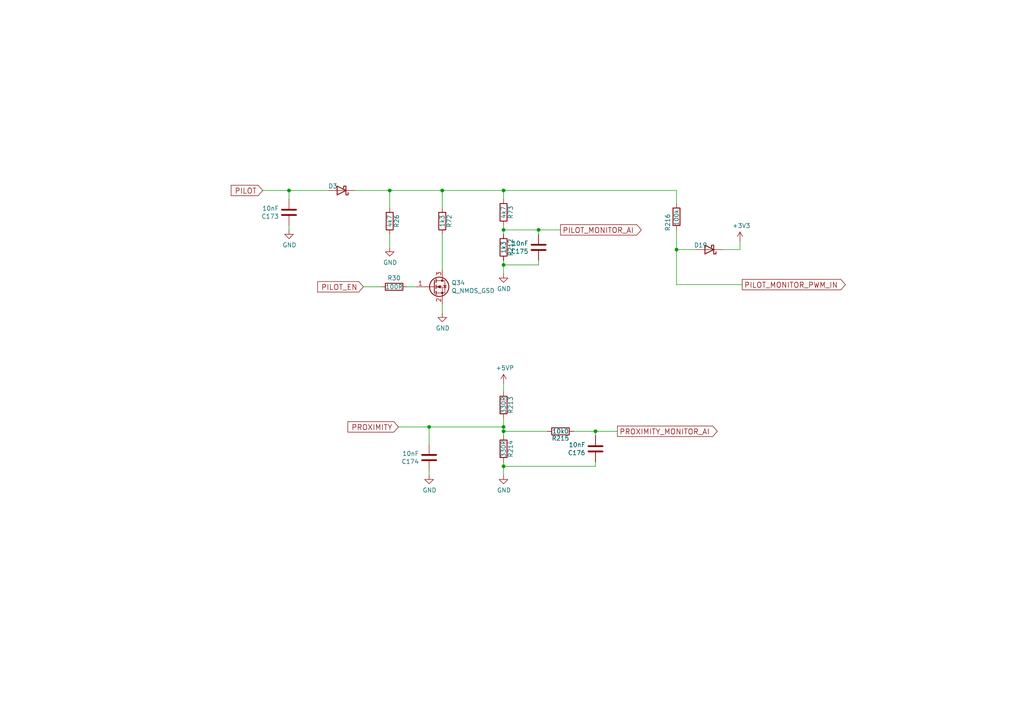
<source format=kicad_sch>
(kicad_sch (version 20250114) (generator "eeschema") (generator_version "9.0")
  (paper "A4")
  (lib_symbols
    (symbol "Device:C" (pin_numbers (hide yes)) (pin_names (offset 0.254))
      (property "Reference" "C" (at 0.635 2.54 0))
      (property "Value" "C" (at 0.635 -2.54 0))
      (symbol "C_0_1"
        (polyline (pts (xy -2.032 0.762) (xy 2.032 0.762)) (stroke (width 0.508)))
        (polyline (pts (xy -2.032 -0.762) (xy 2.032 -0.762)) (stroke (width 0.508)))
      )
      (symbol "C_1_1"
        (pin passive line (at 0 3.81 270) (length 2.794) (name "~") (number "1"))
        (pin passive line (at 0 -3.81 90) (length 2.794) (name "~") (number "2"))
      )
    )
    (symbol "Device:D_Schottky" (pin_numbers (hide yes)) (pin_names (offset 1.016) (hide yes))
      (property "Reference" "D" (at 0 2.54 0))
      (property "Value" "D_Schottky" (at 0 -2.54 0))
      (symbol "D_Schottky_0_1"
        (polyline (pts (xy -1.905 0.635) (xy -1.905 1.27) (xy -1.27 1.27) (xy -1.27 -1.27) (xy -0.635 -1.27) (xy -0.635 -0.635)) (stroke (width 0.254)))
        (polyline (pts (xy 1.27 1.27) (xy 1.27 -1.27) (xy -1.27 0) (xy 1.27 1.27)) (stroke (width 0.254)))
        (polyline (pts (xy 1.27 0) (xy -1.27 0)))
      )
      (symbol "D_Schottky_1_1"
        (pin passive line (at -3.81 0 0) (length 2.54) (name "K") (number "1"))
        (pin passive line (at 3.81 0 180) (length 2.54) (name "A") (number "2"))
      )
    )
    (symbol "Device:Q_NMOS_GSD" (pin_names (offset 0) (hide yes))
      (property "Reference" "Q" (at 5.08 1.27 0))
      (property "Value" "Q_NMOS_GSD" (at 5.08 -1.27 0))
      (symbol "Q_NMOS_GSD_0_1"
        (polyline (pts (xy 0.254 1.905) (xy 0.254 -1.905)) (stroke (width 0.254)))
        (polyline (pts (xy 0.254 0) (xy -2.54 0)))
        (polyline (pts (xy 0.762 2.286) (xy 0.762 1.27)) (stroke (width 0.254)))
        (polyline (pts (xy 0.762 0.508) (xy 0.762 -0.508)) (stroke (width 0.254)))
        (polyline (pts (xy 0.762 -1.27) (xy 0.762 -2.286)) (stroke (width 0.254)))
        (polyline (pts (xy 0.762 -1.778) (xy 3.302 -1.778) (xy 3.302 1.778) (xy 0.762 1.778)))
        (polyline (pts (xy 1.016 0) (xy 2.032 0.381) (xy 2.032 -0.381) (xy 1.016 0)) (fill (type outline)))
        (circle (center 1.651 0) (radius 2.794) (stroke (width 0.254)))
        (polyline (pts (xy 2.54 2.54) (xy 2.54 1.778)))
        (circle (center 2.54 1.778) (radius 0.254) (fill (type outline)))
        (circle (center 2.54 -1.778) (radius 0.254) (fill (type outline)))
        (polyline (pts (xy 2.54 -2.54) (xy 2.54 0) (xy 0.762 0)))
        (polyline (pts (xy 2.794 0.508) (xy 2.921 0.381) (xy 3.683 0.381) (xy 3.81 0.254)))
        (polyline (pts (xy 3.302 0.381) (xy 2.921 -0.254) (xy 3.683 -0.254) (xy 3.302 0.381)))
      )
      (symbol "Q_NMOS_GSD_1_1"
        (pin input line (at -5.08 0 0) (length 2.54) (name "G") (number "1"))
        (pin passive line (at 2.54 5.08 270) (length 2.54) (name "D") (number "3"))
        (pin passive line (at 2.54 -5.08 90) (length 2.54) (name "S") (number "2"))
      )
    )
    (symbol "Device:R" (pin_numbers (hide yes)) (pin_names (offset 0))
      (property "Reference" "R" (at 2.032 0 90))
      (property "Value" "R" (at 0 0 90))
      (symbol "R_0_1"
        (rectangle (start -1.016 -2.54) (end 1.016 2.54) (stroke (width 0.254)))
      )
      (symbol "R_1_1"
        (pin passive line (at 0 3.81 270) (length 1.27) (name "~") (number "1"))
        (pin passive line (at 0 -3.81 90) (length 1.27) (name "~") (number "2"))
      )
    )
    (symbol "power:+3V3" (power) (pin_names (offset 0))
      (property "Value" "+3V3" (at 0 3.556 0))
      (symbol "+3V3_0_1"
        (polyline (pts (xy -0.762 1.27) (xy 0 2.54)))
        (polyline (pts (xy 0 2.54) (xy 0.762 1.27)))
        (polyline (pts (xy 0 0) (xy 0 2.54)))
      )
      (symbol "+3V3_1_1"
        (pin power_in line (at 0 0 90) (length 0) (hide yes) (name "+3V3") (number "1"))
      )
    )
    (symbol "power:+5VP" (power) (pin_names (offset 0))
      (property "Value" "+5VP" (at 0 3.556 0))
      (symbol "+5VP_0_1"
        (polyline (pts (xy -0.762 1.27) (xy 0 2.54)))
        (polyline (pts (xy 0 2.54) (xy 0.762 1.27)))
        (polyline (pts (xy 0 0) (xy 0 2.54)))
      )
      (symbol "+5VP_1_1"
        (pin power_in line (at 0 0 90) (length 0) (hide yes) (name "+5VP") (number "1"))
      )
    )
    (symbol "power:GND" (power) (pin_names (offset 0))
      (property "Value" "GND" (at 0 -3.81 0))
      (symbol "GND_0_1"
        (polyline (pts (xy 0 0) (xy 0 -1.27) (xy 1.27 -1.27) (xy 0 -2.54) (xy -1.27 -1.27) (xy 0 -1.27)))
      )
      (symbol "GND_1_1"
        (pin power_in line (at 0 0 270) (length 0) (hide yes) (name "GND") (number "1"))
      )
    )
  )
  (junction (at 124.46 123.825))
  (junction (at 83.82 55.245))
  (junction (at 113.03 55.245))
  (junction (at 146.05 123.825))
  (junction (at 146.05 76.835))
  (junction (at 156.21 66.675))
  (junction (at 146.05 135.255))
  (junction (at 196.215 72.39))
  (junction (at 146.05 125.095))
  (junction (at 146.05 55.245))
  (junction (at 128.27 55.245))
  (junction (at 172.72 125.095))
  (junction (at 146.05 66.675))
  (wire (pts (xy 113.03 55.245) (xy 113.03 60.325)))
  (wire (pts (xy 172.72 125.095) (xy 179.07 125.095)))
  (wire (pts (xy 156.21 76.835) (xy 156.21 75.565)))
  (wire (pts (xy 128.27 55.245) (xy 146.05 55.245)))
  (wire (pts (xy 146.05 123.825) (xy 146.05 125.095)))
  (wire (pts (xy 83.82 57.785) (xy 83.82 55.245)))
  (wire (pts (xy 128.27 55.245) (xy 128.27 60.325)))
  (wire (pts (xy 128.27 90.805) (xy 128.27 88.265)))
  (wire (pts (xy 83.82 55.245) (xy 95.25 55.245)))
  (wire (pts (xy 146.05 135.255) (xy 172.72 135.255)))
  (wire (pts (xy 214.63 69.85) (xy 214.63 72.39)))
  (wire (pts (xy 146.05 66.675) (xy 156.21 66.675)))
  (wire (pts (xy 146.05 75.565) (xy 146.05 76.835)))
  (wire (pts (xy 146.05 121.285) (xy 146.05 123.825)))
  (wire (pts (xy 201.93 72.39) (xy 196.215 72.39)))
  (wire (pts (xy 113.03 67.945) (xy 113.03 71.755)))
  (wire (pts (xy 146.05 66.675) (xy 146.05 67.945)))
  (wire (pts (xy 146.05 76.835) (xy 156.21 76.835)))
  (wire (pts (xy 156.21 66.675) (xy 162.56 66.675)))
  (wire (pts (xy 124.46 137.795) (xy 124.46 136.525)))
  (wire (pts (xy 146.05 135.255) (xy 146.05 137.795)))
  (wire (pts (xy 146.05 65.405) (xy 146.05 66.675)))
  (wire (pts (xy 124.46 123.825) (xy 146.05 123.825)))
  (wire (pts (xy 209.55 72.39) (xy 214.63 72.39)))
  (wire (pts (xy 196.215 55.245) (xy 196.215 59.055)))
  (wire (pts (xy 146.05 125.095) (xy 146.05 126.365)))
  (wire (pts (xy 83.82 66.675) (xy 83.82 65.405)))
  (wire (pts (xy 196.215 82.55) (xy 215.265 82.55)))
  (wire (pts (xy 156.21 67.945) (xy 156.21 66.675)))
  (wire (pts (xy 146.05 55.245) (xy 146.05 57.785)))
  (wire (pts (xy 196.215 72.39) (xy 196.215 82.55)))
  (wire (pts (xy 146.05 133.985) (xy 146.05 135.255)))
  (wire (pts (xy 102.87 55.245) (xy 113.03 55.245)))
  (wire (pts (xy 113.03 55.245) (xy 128.27 55.245)))
  (wire (pts (xy 166.37 125.095) (xy 172.72 125.095)))
  (wire (pts (xy 128.27 78.105) (xy 128.27 67.945)))
  (wire (pts (xy 76.2 55.245) (xy 83.82 55.245)))
  (wire (pts (xy 146.05 76.835) (xy 146.05 79.375)))
  (wire (pts (xy 120.65 83.185) (xy 118.11 83.185)))
  (wire (pts (xy 196.215 72.39) (xy 196.215 66.675)))
  (wire (pts (xy 172.72 135.255) (xy 172.72 133.985)))
  (wire (pts (xy 124.46 128.905) (xy 124.46 123.825)))
  (wire (pts (xy 110.49 83.185) (xy 105.41 83.185)))
  (wire (pts (xy 115.57 123.825) (xy 124.46 123.825)))
  (wire (pts (xy 146.05 55.245) (xy 196.215 55.245)))
  (wire (pts (xy 172.72 126.365) (xy 172.72 125.095)))
  (wire (pts (xy 146.05 111.125) (xy 146.05 113.665)))
  (wire (pts (xy 158.75 125.095) (xy 146.05 125.095)))
  (global_label "PILOT_EN" (shape input) (at 105.41 83.185 180) (effects (font (size 1.524 1.524))) (property "Intersheetrefs" "${INTERSHEET_REFS}" (effects (hide yes))))
  (global_label "PILOT_MONITOR_AI" (shape output) (at 162.56 66.675 0) (effects (font (size 1.524 1.524))) (property "Intersheetrefs" "${INTERSHEET_REFS}" (effects (hide yes))))
  (global_label "PILOT" (shape input) (at 76.2 55.245 180) (effects (font (size 1.524 1.524))) (property "Intersheetrefs" "${INTERSHEET_REFS}" (effects (hide yes))))
  (global_label "PROXIMITY_MONITOR_AI" (shape output) (at 179.07 125.095 0) (effects (font (size 1.524 1.524))) (property "Intersheetrefs" "${INTERSHEET_REFS}" (effects (hide yes))))
  (global_label "PILOT_MONITOR_PWM_IN" (shape output) (at 215.265 82.55 0) (effects (font (size 1.524 1.524))) (property "Intersheetrefs" "${INTERSHEET_REFS}" (effects (hide yes))))
  (global_label "PROXIMITY" (shape input) (at 115.57 123.825 180) (effects (font (size 1.524 1.524))) (property "Intersheetrefs" "${INTERSHEET_REFS}" (effects (hide yes))))
  (symbol (lib_id "Device:R") (at 146.05 61.595 0) (unit 1)
    (property "Reference" "R73" (at 148.082 61.595 90))
    (property "Value" "4k7" (at 146.05 61.595 90))
    (property "Footprint" "Resistor_SMD:R_0603_1608Metric" (effects (hide yes)))
    (property "populate" "y" (effects (hide yes)))
  )
  (symbol (lib_id "Device:R") (at 128.27 64.135 0) (unit 1)
    (property "Reference" "R72" (at 130.302 64.135 90))
    (property "Value" "1k3" (at 128.27 64.135 90))
    (property "Footprint" "Resistor_SMD:R_0603_1608Metric" (effects (hide yes)))
    (property "MPN" "RMCF0603FT1K30" (effects (hide yes)))
    (property "populate" "y" (effects (hide yes)))
  )
  (symbol (lib_id "Device:R") (at 114.3 83.185 270) (unit 1)
    (property "Reference" "R30" (at 114.3 80.645 90))
    (property "Value" "100R" (at 114.3 83.185 90))
    (property "Footprint" "Resistor_SMD:R_0603_1608Metric" (effects (hide yes)))
    (property "MPN" "AC0603FR-07100RL" (effects (hide yes)))
    (property "Part Number" "AC0603FR-07100RL" (effects (hide yes)))
    (property "Digikey_PN" "YAG3561CT-ND" (effects (hide yes)))
  )
  (symbol (lib_id "Device:C") (at 124.46 132.715 180) (unit 1)
    (property "Reference" "C174" (at 121.539 133.8834 0) (effects (justify left)))
    (property "Value" "10nF" (at 121.539 131.572 0) (effects (justify left)))
    (property "Footprint" "Capacitor_SMD:C_0603_1608Metric" (effects (hide yes)))
    (property "MPN" "GCM188R72A103KA37D" (effects (hide yes)))
    (property "Part Number" "GCM188R72A103KA37D" (effects (hide yes)))
    (property "Digikey_PN" "490-4781-1-ND" (effects (hide yes)))
  )
  (symbol (lib_id "Device:R") (at 146.05 130.175 0) (unit 1)
    (property "Reference" "R214" (at 148.082 130.175 90))
    (property "Value" "330R" (at 146.05 130.175 90))
    (property "Footprint" "Resistor_SMD:R_0603_1608Metric" (effects (hide yes)))
    (property "MPN" "AC0603FR-07330RL" (effects (hide yes)))
    (property "populate" "y" (effects (hide yes)))
  )
  (symbol (lib_id "power:GND") (at 83.82 66.675 0) (unit 1)
    (property "Reference" "#PWR0230" (effects (hide yes)))
    (property "Value" "GND" (at 83.947 71.0692 0))
  )
  (symbol (lib_id "power:GND") (at 113.03 71.755 0) (unit 1)
    (property "Reference" "#PWR0231" (effects (hide yes)))
    (property "Value" "GND" (at 113.157 76.1492 0))
  )
  (symbol (lib_id "Device:C") (at 83.82 61.595 180) (unit 1)
    (property "Reference" "C173" (at 80.899 62.7634 0) (effects (justify left)))
    (property "Value" "10nF" (at 80.899 60.452 0) (effects (justify left)))
    (property "Footprint" "Capacitor_SMD:C_0603_1608Metric" (effects (hide yes)))
    (property "MPN" "GCM188R72A103KA37D" (effects (hide yes)))
    (property "Part Number" "GCM188R72A103KA37D" (effects (hide yes)))
    (property "Digikey_PN" "490-4781-1-ND" (effects (hide yes)))
  )
  (symbol (lib_id "Device:R") (at 113.03 64.135 0) (unit 1)
    (property "Reference" "R26" (at 115.062 64.135 90))
    (property "Value" "4k7" (at 113.03 64.135 90))
    (property "Footprint" "Resistor_SMD:R_0603_1608Metric" (effects (hide yes)))
    (property "populate" "y" (effects (hide yes)))
  )
  (symbol (lib_id "power:GND") (at 146.05 79.375 0) (unit 1)
    (property "Reference" "#PWR0235" (effects (hide yes)))
    (property "Value" "GND" (at 146.177 83.7692 0))
  )
  (symbol (lib_id "Device:Q_NMOS_GSD") (at 125.73 83.185 0) (unit 1)
    (property "Reference" "Q34" (at 130.937 82.0166 0) (effects (justify left)))
    (property "Value" "Q_NMOS_GSD" (at 130.937 84.328 0) (effects (justify left)))
    (property "Footprint" "Package_TO_SOT_SMD:SOT-23" (effects (hide yes)))
    (property "Datasheet" "https://ww1.microchip.com/downloads/en/DeviceDoc/TN5335-N-Channel-Enhancement-Mode-Vertical-DMOS-FET-Data-Sheet-20005955A.pdf" (effects (hide yes)))
    (property "Part Number" "TN5335K1-G" (effects (hide yes)))
    (property "MPN" "TN5335K1-G" (effects (hide yes)))
    (property "Digikey_PN" "TN5335K1-GCT-ND" (effects (hide yes)))
  )
  (symbol (lib_id "power:GND") (at 124.46 137.795 0) (unit 1)
    (property "Reference" "#PWR0233" (effects (hide yes)))
    (property "Value" "GND" (at 124.587 142.1892 0))
  )
  (symbol (lib_id "power:GND") (at 128.27 90.805 0) (unit 1)
    (property "Reference" "#PWR0234" (effects (hide yes)))
    (property "Value" "GND" (at 128.397 95.1992 0))
  )
  (symbol (lib_id "Device:C") (at 172.72 130.175 180) (unit 1)
    (property "Reference" "C176" (at 169.799 131.3434 0) (effects (justify left)))
    (property "Value" "10nF" (at 169.799 129.032 0) (effects (justify left)))
    (property "Footprint" "Capacitor_SMD:C_0603_1608Metric" (effects (hide yes)))
    (property "MPN" "GCM188R72A103KA37D" (effects (hide yes)))
    (property "Part Number" "GCM188R72A103KA37D" (effects (hide yes)))
    (property "Digikey_PN" "490-4781-1-ND" (effects (hide yes)))
  )
  (symbol (lib_id "Device:R") (at 146.05 71.755 0) (unit 1)
    (property "Reference" "R212" (at 148.082 71.755 90))
    (property "Value" "1k3" (at 146.05 71.755 90))
    (property "Footprint" "Resistor_SMD:R_0603_1608Metric" (effects (hide yes)))
    (property "populate" "y" (effects (hide yes)))
  )
  (symbol (lib_id "Device:R") (at 162.56 125.095 270) (unit 1)
    (property "Reference" "R215" (at 162.56 127.127 90))
    (property "Value" "10k0" (at 162.56 125.095 90))
    (property "Footprint" "Resistor_SMD:R_0603_1608Metric" (effects (hide yes)))
    (property "Datasheet" "http://www.yageo.com/NewPortal/yageodocoutput?fileName=/pdf/R-Chip/PYu-AC_51_RoHS_L_6.pdf" (effects (hide yes)))
    (property "MPN" "AC0603FR-0710KL" (effects (hide yes)))
    (property "Part Number" "AC0603FR-0710KL" (effects (hide yes)))
    (property "Digikey_PN" "311-10KLDCT-ND" (effects (hide yes)))
  )
  (symbol (lib_id "Device:R") (at 146.05 117.475 0) (unit 1)
    (property "Reference" "R213" (at 148.082 117.475 90))
    (property "Value" "330R" (at 146.05 117.475 90))
    (property "Footprint" "Resistor_SMD:R_0603_1608Metric" (effects (hide yes)))
    (property "MPN" "AC0603FR-07330RL" (effects (hide yes)))
    (property "populate" "y" (effects (hide yes)))
  )
  (symbol (lib_id "Device:D_Schottky") (at 205.74 72.39 180) (unit 1)
    (property "Reference" "D19" (at 203.2 71.12 0))
    (property "Value" "D_Schottky" (effects (hide yes)))
    (property "Footprint" "Diode_SMD:D_SOD-123F" (effects (hide yes)))
    (property "Datasheet" "https://www.onsemi.com/pub/Collateral/RS1AFA-D.PDF" (effects (hide yes)))
    (property "MPN" "RS1GFA" (effects (hide yes)))
    (property "Part Number" "RS1GFA" (effects (hide yes)))
    (property "Digikey_PN" "S215FACT-ND" (effects (hide yes)))
  )
  (symbol (lib_id "power:+3V3") (at 214.63 69.85 0) (unit 1)
    (property "Reference" "#PWR0283" (effects (hide yes)))
    (property "Value" "+3V3" (at 215.011 65.4558 0))
  )
  (symbol (lib_id "power:+5VP") (at 146.05 111.125 0) (unit 1)
    (property "Reference" "#PWR0237" (effects (hide yes)))
    (property "Value" "+5VP" (at 146.431 106.7308 0))
  )
  (symbol (lib_id "Device:R") (at 196.215 62.865 0) (unit 1)
    (property "Reference" "R216" (at 193.675 61.9597 90) (effects (justify right)))
    (property "Value" "100k" (at 196.215 60.6897 90) (effects (justify right)))
    (property "Footprint" "Resistor_SMD:R_0603_1608Metric" (effects (hide yes)))
    (property "Datasheet" "https://www.seielect.com/catalog/sei-rmcf_rmcp.pdf" (effects (hide yes)))
    (property "MPN" "RMCF0603FT100K" (effects (hide yes)))
    (property "Part Number" "RMCF0603FT100K" (effects (hide yes)))
    (property "Digikey_PN" "RMCF0603FT100KCT-ND" (effects (hide yes)))
  )
  (symbol (lib_id "power:GND") (at 146.05 137.795 0) (unit 1)
    (property "Reference" "#PWR0254" (effects (hide yes)))
    (property "Value" "GND" (at 146.177 142.1892 0))
  )
  (symbol (lib_id "Device:D_Schottky") (at 99.06 55.245 180) (unit 1)
    (property "Reference" "D3" (at 96.52 53.975 0))
    (property "Value" "D_Schottky" (effects (hide yes)))
    (property "Footprint" "Diode_SMD:D_SOD-123F" (effects (hide yes)))
    (property "Datasheet" "https://www.onsemi.com/pub/Collateral/RS1AFA-D.PDF" (effects (hide yes)))
    (property "MPN" "RS1GFA" (effects (hide yes)))
    (property "Part Number" "RS1GFA" (effects (hide yes)))
    (property "Digikey_PN" "S215FACT-ND" (effects (hide yes)))
  )
  (symbol (lib_id "Device:C") (at 156.21 71.755 180) (unit 1)
    (property "Reference" "C175" (at 153.289 72.9234 0) (effects (justify left)))
    (property "Value" "10nF" (at 153.289 70.612 0) (effects (justify left)))
    (property "Footprint" "Capacitor_SMD:C_0603_1608Metric" (effects (hide yes)))
    (property "MPN" "GCM188R72A103KA37D" (effects (hide yes)))
    (property "Part Number" "GCM188R72A103KA37D" (effects (hide yes)))
    (property "Digikey_PN" "490-4781-1-ND" (effects (hide yes)))
  )
)
</source>
